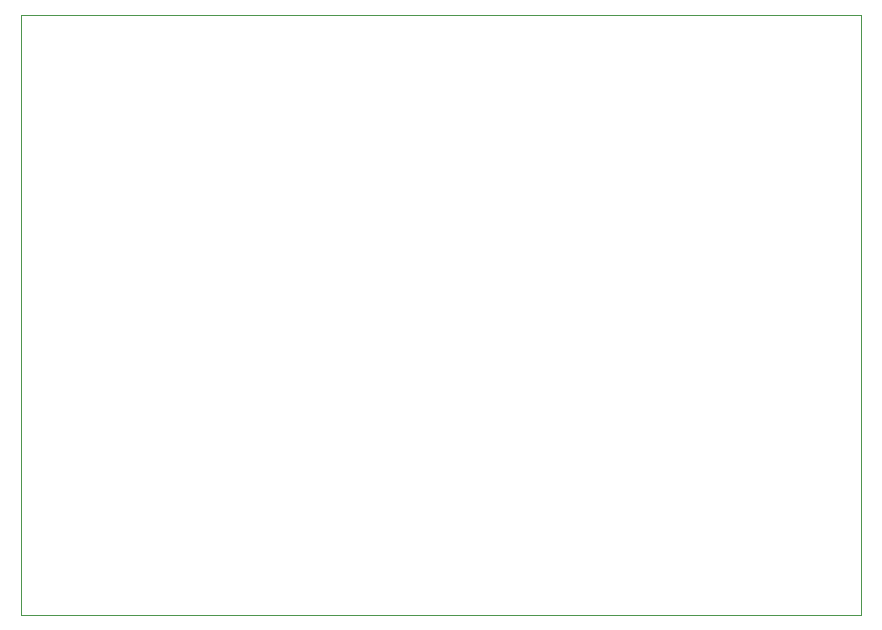
<source format=gbr>
%TF.GenerationSoftware,KiCad,Pcbnew,5.1.5+dfsg1-2build2*%
%TF.CreationDate,2020-10-06T01:11:41+02:00*%
%TF.ProjectId,pcb_50x70mm,7063625f-3530-4783-9730-6d6d2e6b6963,1.0*%
%TF.SameCoordinates,PX63ebd58PY6049a88*%
%TF.FileFunction,Profile,NP*%
%FSLAX46Y46*%
G04 Gerber Fmt 4.6, Leading zero omitted, Abs format (unit mm)*
G04 Created by KiCad (PCBNEW 5.1.5+dfsg1-2build2) date 2020-10-06 01:11:41*
%MOMM*%
%LPD*%
G04 APERTURE LIST*
%TA.AperFunction,Profile*%
%ADD10C,0.050000*%
%TD*%
G04 APERTURE END LIST*
D10*
X0Y0D02*
X0Y50800000D01*
X71120000Y0D02*
X0Y0D01*
X71120000Y50800000D02*
X71120000Y0D01*
X0Y50800000D02*
X71120000Y50800000D01*
M02*

</source>
